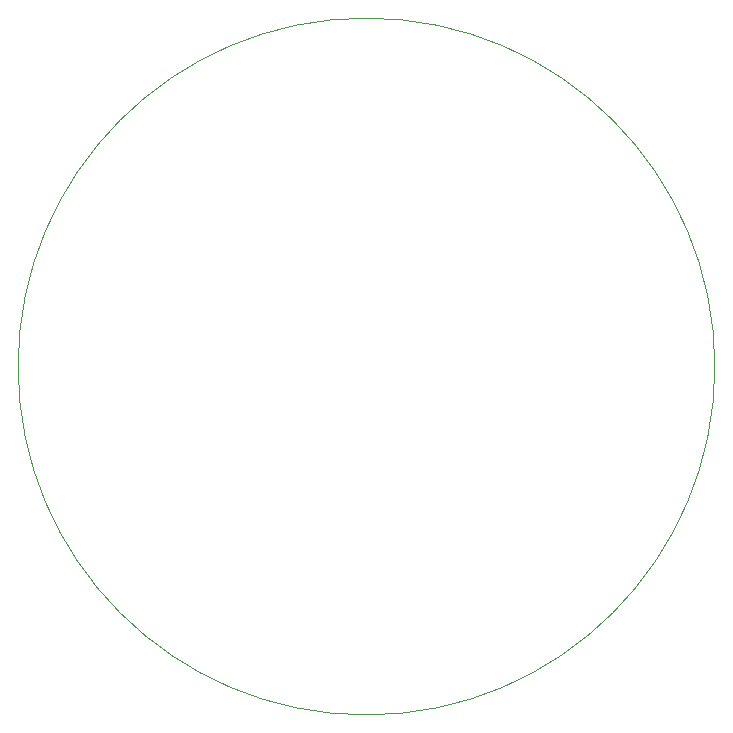
<source format=gbr>
G04 #@! TF.FileFunction,Profile,NP*
%FSLAX46Y46*%
G04 Gerber Fmt 4.6, Leading zero omitted, Abs format (unit mm)*
G04 Created by KiCad (PCBNEW (after 2015-mar-04 BZR unknown)-product) date 12.05.2015 11:57:38*
%MOMM*%
G01*
G04 APERTURE LIST*
%ADD10C,0.100000*%
G04 APERTURE END LIST*
D10*
X163500000Y-83000000D02*
G75*
G03X163500000Y-83000000I-29500000J0D01*
G01*
M02*

</source>
